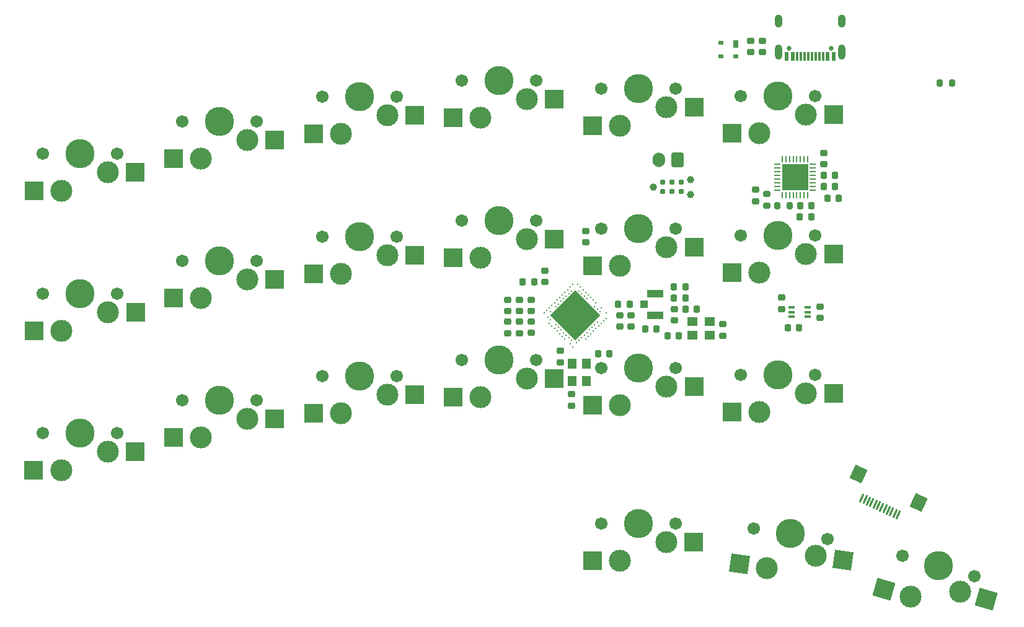
<source format=gbs>
%TF.GenerationSoftware,KiCad,Pcbnew,7.99.0-1450-gc37332bdb3*%
%TF.CreationDate,2023-08-19T09:53:15+01:00*%
%TF.ProjectId,benboard,62656e62-6f61-4726-942e-6b696361645f,rev?*%
%TF.SameCoordinates,Original*%
%TF.FileFunction,Soldermask,Bot*%
%TF.FilePolarity,Negative*%
%FSLAX46Y46*%
G04 Gerber Fmt 4.6, Leading zero omitted, Abs format (unit mm)*
G04 Created by KiCad (PCBNEW 7.99.0-1450-gc37332bdb3) date 2023-08-19 09:53:15*
%MOMM*%
%LPD*%
G01*
G04 APERTURE LIST*
G04 Aperture macros list*
%AMRoundRect*
0 Rectangle with rounded corners*
0 $1 Rounding radius*
0 $2 $3 $4 $5 $6 $7 $8 $9 X,Y pos of 4 corners*
0 Add a 4 corners polygon primitive as box body*
4,1,4,$2,$3,$4,$5,$6,$7,$8,$9,$2,$3,0*
0 Add four circle primitives for the rounded corners*
1,1,$1+$1,$2,$3*
1,1,$1+$1,$4,$5*
1,1,$1+$1,$6,$7*
1,1,$1+$1,$8,$9*
0 Add four rect primitives between the rounded corners*
20,1,$1+$1,$2,$3,$4,$5,0*
20,1,$1+$1,$4,$5,$6,$7,0*
20,1,$1+$1,$6,$7,$8,$9,0*
20,1,$1+$1,$8,$9,$2,$3,0*%
%AMRotRect*
0 Rectangle, with rotation*
0 The origin of the aperture is its center*
0 $1 length*
0 $2 width*
0 $3 Rotation angle, in degrees counterclockwise*
0 Add horizontal line*
21,1,$1,$2,0,0,$3*%
G04 Aperture macros list end*
%ADD10C,1.701800*%
%ADD11C,3.000000*%
%ADD12C,3.987800*%
%ADD13R,2.550000X2.500000*%
%ADD14RoundRect,0.250000X0.600000X0.750000X-0.600000X0.750000X-0.600000X-0.750000X0.600000X-0.750000X0*%
%ADD15O,1.700000X2.000000*%
%ADD16RotRect,2.550000X2.500000X164.000000*%
%ADD17RotRect,2.550000X2.500000X172.000000*%
%ADD18RoundRect,0.225000X-0.250000X0.225000X-0.250000X-0.225000X0.250000X-0.225000X0.250000X0.225000X0*%
%ADD19C,0.990600*%
%ADD20C,0.787400*%
%ADD21RoundRect,0.225000X-0.225000X-0.250000X0.225000X-0.250000X0.225000X0.250000X-0.225000X0.250000X0*%
%ADD22RoundRect,0.225000X0.225000X0.250000X-0.225000X0.250000X-0.225000X-0.250000X0.225000X-0.250000X0*%
%ADD23RoundRect,0.225000X0.250000X-0.225000X0.250000X0.225000X-0.250000X0.225000X-0.250000X-0.225000X0*%
%ADD24RotRect,0.280000X1.250000X335.013000*%
%ADD25RotRect,1.800000X2.000000X335.013000*%
%ADD26RoundRect,0.218750X0.218750X0.256250X-0.218750X0.256250X-0.218750X-0.256250X0.218750X-0.256250X0*%
%ADD27R,0.900000X0.400000*%
%ADD28RoundRect,0.218750X-0.256250X0.218750X-0.256250X-0.218750X0.256250X-0.218750X0.256250X0.218750X0*%
%ADD29C,0.650000*%
%ADD30R,0.600000X1.240000*%
%ADD31R,0.300000X1.240000*%
%ADD32O,1.000000X1.800000*%
%ADD33O,1.000000X2.100000*%
%ADD34R,1.200000X1.400000*%
%ADD35RoundRect,0.200000X-0.200000X-0.275000X0.200000X-0.275000X0.200000X0.275000X-0.200000X0.275000X0*%
%ADD36R,0.700000X1.000000*%
%ADD37R,0.700000X0.600000*%
%ADD38R,1.400000X1.200000*%
%ADD39R,1.050000X1.000000*%
%ADD40R,2.200000X1.050000*%
%ADD41RoundRect,0.218750X-0.218750X-0.256250X0.218750X-0.256250X0.218750X0.256250X-0.218750X0.256250X0*%
%ADD42RoundRect,0.062500X0.337500X0.062500X-0.337500X0.062500X-0.337500X-0.062500X0.337500X-0.062500X0*%
%ADD43RoundRect,0.062500X0.062500X0.337500X-0.062500X0.337500X-0.062500X-0.337500X0.062500X-0.337500X0*%
%ADD44R,3.600000X3.600000*%
%ADD45RoundRect,0.200000X-0.275000X0.200000X-0.275000X-0.200000X0.275000X-0.200000X0.275000X0.200000X0*%
%ADD46C,0.250000*%
%ADD47RotRect,4.850000X4.850000X225.000000*%
%ADD48RoundRect,0.200000X0.200000X0.275000X-0.200000X0.275000X-0.200000X-0.275000X0.200000X-0.275000X0*%
G04 APERTURE END LIST*
D10*
%TO.C,SW16*%
X173201483Y-54964220D03*
D11*
X171931483Y-57504220D03*
D12*
X168121483Y-54964220D03*
D11*
X165581483Y-60044220D03*
D10*
X163041483Y-54964220D03*
D13*
X161831483Y-60044220D03*
X175681483Y-57504220D03*
%TD*%
D10*
%TO.C,SW6*%
X96880000Y-96600000D03*
D11*
X95610000Y-99140000D03*
D12*
X91800000Y-96600000D03*
D11*
X89260000Y-101680000D03*
D10*
X86720000Y-96600000D03*
D13*
X85510000Y-101680000D03*
X99360000Y-99140000D03*
%TD*%
D10*
%TO.C,SW8*%
X115998494Y-74184805D03*
D11*
X114728494Y-76724805D03*
D12*
X110918494Y-74184805D03*
D11*
X108378494Y-79264805D03*
D10*
X105838494Y-74184805D03*
D13*
X104628494Y-79264805D03*
X118478494Y-76724805D03*
%TD*%
D10*
%TO.C,SW5*%
X96879895Y-77541207D03*
D11*
X95609895Y-80081207D03*
D12*
X91799895Y-77541207D03*
D11*
X89259895Y-82621207D03*
D10*
X86719895Y-77541207D03*
D13*
X85509895Y-82621207D03*
X99359895Y-80081207D03*
%TD*%
D10*
%TO.C,SW18*%
X173196830Y-93114347D03*
D11*
X171926830Y-95654347D03*
D12*
X168116830Y-93114347D03*
D11*
X165576830Y-98194347D03*
D10*
X163036830Y-93114347D03*
D13*
X161826830Y-98194347D03*
X175676830Y-95654347D03*
%TD*%
D10*
%TO.C,SW10*%
X135069237Y-52890911D03*
D11*
X133799237Y-55430911D03*
D12*
X129989237Y-52890911D03*
D11*
X127449237Y-57970911D03*
D10*
X124909237Y-52890911D03*
D13*
X123699237Y-57970911D03*
X137549237Y-55430911D03*
%TD*%
D10*
%TO.C,SW4*%
X96884653Y-58449873D03*
D11*
X95614653Y-60989873D03*
D12*
X91804653Y-58449873D03*
D11*
X89264653Y-63529873D03*
D10*
X86724653Y-58449873D03*
D13*
X85514653Y-63529873D03*
X99364653Y-60989873D03*
%TD*%
D10*
%TO.C,SW14*%
X154137663Y-73100569D03*
D11*
X152867663Y-75640569D03*
D12*
X149057663Y-73100569D03*
D11*
X146517663Y-78180569D03*
D10*
X143977663Y-73100569D03*
D13*
X142767663Y-78180569D03*
X156617663Y-75640569D03*
%TD*%
D14*
%TO.C,J4*%
X154330000Y-63750000D03*
D15*
X151830000Y-63750000D03*
%TD*%
D10*
%TO.C,SW9*%
X115998599Y-93243598D03*
D11*
X114728599Y-95783598D03*
D12*
X110918599Y-93243598D03*
D11*
X108378599Y-98323598D03*
D10*
X105838599Y-93243598D03*
D13*
X104628599Y-98323598D03*
X118478599Y-95783598D03*
%TD*%
D10*
%TO.C,SW7*%
X116003252Y-55093471D03*
D11*
X114733252Y-57633471D03*
D12*
X110923252Y-55093471D03*
D11*
X108383252Y-60173471D03*
D10*
X105843252Y-55093471D03*
D13*
X104633252Y-60173471D03*
X118483252Y-57633471D03*
%TD*%
D10*
%TO.C,SW11*%
X135070000Y-71982245D03*
D11*
X133800000Y-74522245D03*
D12*
X129990000Y-71982245D03*
D11*
X127450000Y-77062245D03*
D10*
X124910000Y-71982245D03*
D13*
X123700000Y-77062245D03*
X137550000Y-74522245D03*
%TD*%
D10*
%TO.C,SW19*%
X154115000Y-113400000D03*
D11*
X152845000Y-115940000D03*
D12*
X149035000Y-113400000D03*
D11*
X146495000Y-118480000D03*
D10*
X143955000Y-113400000D03*
D13*
X142745000Y-118480000D03*
X156595000Y-115940000D03*
%TD*%
D10*
%TO.C,SW2*%
X77845000Y-82000000D03*
D11*
X76575000Y-84540000D03*
D12*
X72765000Y-82000000D03*
D11*
X70225000Y-87080000D03*
D10*
X67685000Y-82000000D03*
D13*
X66475000Y-87080000D03*
X80325000Y-84540000D03*
%TD*%
D10*
%TO.C,SW15*%
X154137731Y-92151836D03*
D11*
X152867731Y-94691836D03*
D12*
X149057731Y-92151836D03*
D11*
X146517731Y-97231836D03*
D10*
X143977731Y-92151836D03*
D13*
X142767731Y-97231836D03*
X156617731Y-94691836D03*
%TD*%
D10*
%TO.C,SW21*%
X194883208Y-120600237D03*
D11*
X192962287Y-122691782D03*
D12*
X189999999Y-119199999D03*
D11*
X186158157Y-123383090D03*
D10*
X185116790Y-117799761D03*
D16*
X182553425Y-122349449D03*
X196567019Y-123725422D03*
%TD*%
D10*
%TO.C,SW1*%
X77835000Y-62860000D03*
D11*
X76565000Y-65400000D03*
D12*
X72755000Y-62860000D03*
D11*
X70215000Y-67940000D03*
D10*
X67675000Y-62860000D03*
D13*
X66465000Y-67940000D03*
X80315000Y-65400000D03*
%TD*%
D10*
%TO.C,SW20*%
X174830562Y-115506999D03*
D11*
X173219422Y-117845530D03*
D12*
X169800000Y-114800000D03*
D11*
X166577720Y-119477062D03*
D10*
X164769438Y-114093001D03*
D17*
X162864214Y-118955163D03*
X176932927Y-118367430D03*
%TD*%
D10*
%TO.C,SW3*%
X77800000Y-101060000D03*
D11*
X76530000Y-103600000D03*
D12*
X72720000Y-101060000D03*
D11*
X70180000Y-106140000D03*
D10*
X67640000Y-101060000D03*
D13*
X66430000Y-106140000D03*
X80280000Y-103600000D03*
%TD*%
D10*
%TO.C,SW12*%
X135064584Y-91041038D03*
D11*
X133794584Y-93581038D03*
D12*
X129984584Y-91041038D03*
D11*
X127444584Y-96121038D03*
D10*
X124904584Y-91041038D03*
D13*
X123694584Y-96121038D03*
X137544584Y-93581038D03*
%TD*%
D10*
%TO.C,SW13*%
X154142421Y-54009235D03*
D11*
X152872421Y-56549235D03*
D12*
X149062421Y-54009235D03*
D11*
X146522421Y-59089235D03*
D10*
X143982421Y-54009235D03*
D13*
X142772421Y-59089235D03*
X156622421Y-56549235D03*
%TD*%
D10*
%TO.C,SW17*%
X173196725Y-74055554D03*
D11*
X171926725Y-76595554D03*
D12*
X168116725Y-74055554D03*
D11*
X165576725Y-79135554D03*
D10*
X163036725Y-74055554D03*
D13*
X161826725Y-79135554D03*
X175676725Y-76595554D03*
%TD*%
D18*
%TO.C,C21*%
X146530000Y-84935000D03*
X146530000Y-86485000D03*
%TD*%
D19*
%TO.C,J3*%
X151030000Y-67400000D03*
X156110000Y-66384000D03*
X156110000Y-68416000D03*
D20*
X152300000Y-66765000D03*
X152300000Y-68035000D03*
X153570000Y-66765000D03*
X153570000Y-68035000D03*
X154840000Y-66765000D03*
X154840000Y-68035000D03*
%TD*%
D21*
%TO.C,C26*%
X171095000Y-69960000D03*
X172645000Y-69960000D03*
%TD*%
D22*
%TO.C,C19*%
X170975000Y-86700000D03*
X169425000Y-86700000D03*
%TD*%
D23*
%TO.C,C10*%
X132800000Y-84375000D03*
X132800000Y-82825000D03*
%TD*%
D18*
%TO.C,C1*%
X136270000Y-78835000D03*
X136270000Y-80385000D03*
%TD*%
D24*
%TO.C,J2*%
X179526513Y-109905616D03*
X179979715Y-110116822D03*
X180432917Y-110328029D03*
X180886119Y-110539235D03*
X181339320Y-110750441D03*
X181792522Y-110961647D03*
X182245724Y-111172854D03*
X182698926Y-111384060D03*
X183152128Y-111595266D03*
X183605329Y-111806473D03*
X184058531Y-112017679D03*
X184511733Y-112228885D03*
D25*
X187293912Y-110520184D03*
X179045638Y-106676230D03*
%TD*%
D26*
%TO.C,L7*%
X175907500Y-67370000D03*
X174332500Y-67370000D03*
%TD*%
D21*
%TO.C,C2*%
X171085000Y-71510000D03*
X172635000Y-71510000D03*
%TD*%
D23*
%TO.C,C20*%
X174370000Y-64335000D03*
X174370000Y-62785000D03*
%TD*%
D21*
%TO.C,C7*%
X149925000Y-86800000D03*
X151475000Y-86800000D03*
%TD*%
D26*
%TO.C,L6*%
X175907500Y-65840000D03*
X174332500Y-65840000D03*
%TD*%
D21*
%TO.C,C16*%
X153015000Y-87800000D03*
X154565000Y-87800000D03*
%TD*%
D27*
%TO.C,U2*%
X172160000Y-83850000D03*
X172160000Y-84500000D03*
X172160000Y-85150000D03*
X169960000Y-85150000D03*
X169960000Y-84500000D03*
X169960000Y-83850000D03*
%TD*%
D23*
%TO.C,C22*%
X139886827Y-97301166D03*
X139886827Y-95751166D03*
%TD*%
D28*
%TO.C,L5*%
X168590000Y-82502500D03*
X168590000Y-84077500D03*
%TD*%
D18*
%TO.C,C14*%
X148040000Y-84935000D03*
X148040000Y-86485000D03*
%TD*%
D22*
%TO.C,C5*%
X134785000Y-80420000D03*
X133235000Y-80420000D03*
%TD*%
D18*
%TO.C,C24*%
X164380000Y-47455000D03*
X164380000Y-49005000D03*
%TD*%
D22*
%TO.C,C25*%
X176395000Y-68950000D03*
X174845000Y-68950000D03*
%TD*%
D18*
%TO.C,C11*%
X134400000Y-85825000D03*
X134400000Y-87375000D03*
%TD*%
%TO.C,C27*%
X165030000Y-67795000D03*
X165030000Y-69345000D03*
%TD*%
%TO.C,C12*%
X131200000Y-85850000D03*
X131200000Y-87400000D03*
%TD*%
D29*
%TO.C,J1*%
X169590000Y-48470000D03*
X175370000Y-48470000D03*
D30*
X169280000Y-49590000D03*
X170080000Y-49590000D03*
D31*
X171230000Y-49590000D03*
X172230000Y-49590000D03*
X172730000Y-49590000D03*
X173730000Y-49590000D03*
D30*
X174880000Y-49590000D03*
X175680000Y-49590000D03*
X175680000Y-49590000D03*
X174880000Y-49590000D03*
D31*
X174230000Y-49590000D03*
X173230000Y-49590000D03*
X171730000Y-49590000D03*
X170730000Y-49590000D03*
D30*
X170080000Y-49590000D03*
X169280000Y-49590000D03*
D32*
X168160000Y-44790000D03*
D33*
X168160000Y-48990000D03*
D32*
X176800000Y-44790000D03*
D33*
X176800000Y-48990000D03*
%TD*%
D34*
%TO.C,Y2*%
X139989279Y-93969402D03*
X139989279Y-91569402D03*
X141889279Y-91569402D03*
X141889279Y-93969402D03*
%TD*%
D35*
%TO.C,TH1*%
X190190000Y-53220000D03*
X191840000Y-53220000D03*
%TD*%
D36*
%TO.C,D4*%
X162300000Y-47910000D03*
D37*
X162300000Y-49610000D03*
X160300000Y-49610000D03*
X160300000Y-47710000D03*
%TD*%
D38*
%TO.C,Y1*%
X156370000Y-85780000D03*
X158770000Y-85780000D03*
X158770000Y-87680000D03*
X156370000Y-87680000D03*
%TD*%
D39*
%TO.C,J5*%
X149780000Y-83470000D03*
D40*
X151305000Y-81995000D03*
X151305000Y-84945000D03*
%TD*%
D23*
%TO.C,C8*%
X141800000Y-74975000D03*
X141800000Y-73425000D03*
%TD*%
D41*
%TO.C,L2*%
X153882500Y-82610000D03*
X155457500Y-82610000D03*
%TD*%
D26*
%TO.C,L4*%
X147847500Y-83440000D03*
X146272500Y-83440000D03*
%TD*%
D18*
%TO.C,C3*%
X153950000Y-84115000D03*
X153950000Y-85665000D03*
%TD*%
%TO.C,C13*%
X132800000Y-85850000D03*
X132800000Y-87400000D03*
%TD*%
%TO.C,C6*%
X138400000Y-89825000D03*
X138400000Y-91375000D03*
%TD*%
D21*
%TO.C,C4*%
X155435000Y-84140000D03*
X156985000Y-84140000D03*
%TD*%
D28*
%TO.C,L3*%
X134400000Y-82812500D03*
X134400000Y-84387500D03*
%TD*%
D18*
%TO.C,C15*%
X165950000Y-47425000D03*
X165950000Y-48975000D03*
%TD*%
D42*
%TO.C,U3*%
X172860000Y-64320000D03*
X172860000Y-64820000D03*
X172860000Y-65320000D03*
X172860000Y-65820000D03*
X172860000Y-66320000D03*
X172860000Y-66820000D03*
X172860000Y-67320000D03*
X172860000Y-67820000D03*
D43*
X172160000Y-68520000D03*
X171660000Y-68520000D03*
X171160000Y-68520000D03*
X170660000Y-68520000D03*
X170160000Y-68520000D03*
X169660000Y-68520000D03*
X169160000Y-68520000D03*
X168660000Y-68520000D03*
D42*
X167960000Y-67820000D03*
X167960000Y-67320000D03*
X167960000Y-66820000D03*
X167960000Y-66320000D03*
X167960000Y-65820000D03*
X167960000Y-65320000D03*
X167960000Y-64820000D03*
X167960000Y-64320000D03*
D43*
X168660000Y-63620000D03*
X169160000Y-63620000D03*
X169660000Y-63620000D03*
X170160000Y-63620000D03*
X170660000Y-63620000D03*
X171160000Y-63620000D03*
X171660000Y-63620000D03*
X172160000Y-63620000D03*
D44*
X170410000Y-66070000D03*
%TD*%
D26*
%TO.C,L1*%
X155467500Y-81100000D03*
X153892500Y-81100000D03*
%TD*%
D18*
%TO.C,C17*%
X160552588Y-86171191D03*
X160552588Y-87721191D03*
%TD*%
D45*
%TO.C,R1*%
X166520000Y-68365000D03*
X166520000Y-70015000D03*
%TD*%
D46*
%TO.C,U1*%
X141814214Y-88181981D03*
X142167767Y-87828427D03*
X142521320Y-87474874D03*
X142874874Y-87121320D03*
X143228427Y-86767767D03*
X143581981Y-86414214D03*
X143935534Y-86060660D03*
X144289087Y-85707107D03*
X144642641Y-85353553D03*
X141107107Y-81110913D03*
X136687689Y-85176777D03*
X137041243Y-84469670D03*
X137748350Y-83762563D03*
X138101903Y-83409010D03*
X138455456Y-83055456D03*
X138809010Y-82701903D03*
X139162563Y-82348350D03*
X139516117Y-81994796D03*
X139869670Y-81641243D03*
X140753553Y-80757359D03*
X136157359Y-84646447D03*
X136510913Y-84292893D03*
X136864466Y-83939340D03*
X137218019Y-83585786D03*
X137571573Y-83232233D03*
X137925126Y-82878680D03*
X138278680Y-82525126D03*
X138632233Y-82171573D03*
X138985786Y-81818019D03*
X139339340Y-81464466D03*
X139692893Y-81110913D03*
X140046447Y-80757359D03*
X140046447Y-89242641D03*
X140576777Y-88712311D03*
X140930330Y-88358757D03*
X141283883Y-88005204D03*
X141637437Y-87651650D03*
X141990990Y-87298097D03*
X142344544Y-86944544D03*
X142698097Y-86590990D03*
X143051650Y-86237437D03*
X143405204Y-85883883D03*
X144642641Y-84646447D03*
X139692893Y-88889087D03*
X139869670Y-88358757D03*
X143758757Y-84469670D03*
X143935534Y-83939340D03*
D47*
X140400000Y-85000000D03*
D46*
X139516117Y-88005204D03*
X143405204Y-84116117D03*
X138985786Y-88181981D03*
X139162563Y-87651650D03*
X143051650Y-83762563D03*
X138632233Y-87828427D03*
X143228427Y-83232233D03*
X138809010Y-87298097D03*
X138278680Y-87474874D03*
X142874874Y-82878680D03*
X138455456Y-86944544D03*
X137925126Y-87121320D03*
X142521320Y-82525126D03*
X138101903Y-86590990D03*
X141990990Y-82701903D03*
X137571573Y-86767767D03*
X142167767Y-82171573D03*
X137748350Y-86237437D03*
X141637437Y-82348350D03*
X137218019Y-86414214D03*
X141814214Y-81818019D03*
X141283883Y-81994796D03*
X136864466Y-86060660D03*
X141460660Y-81464466D03*
X137041243Y-85530330D03*
X140930330Y-81641243D03*
%TD*%
D23*
%TO.C,C9*%
X131200000Y-84400000D03*
X131200000Y-82850000D03*
%TD*%
D22*
%TO.C,C23*%
X145077408Y-90200000D03*
X143527408Y-90200000D03*
%TD*%
D48*
%TO.C,R2*%
X169665000Y-69960000D03*
X168015000Y-69960000D03*
%TD*%
D18*
%TO.C,C18*%
X173840000Y-83745000D03*
X173840000Y-85295000D03*
%TD*%
M02*

</source>
